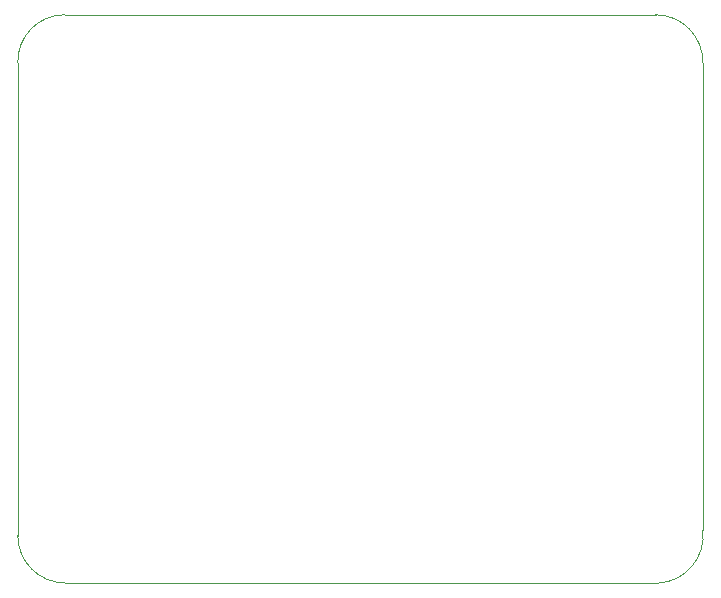
<source format=gbr>
%TF.GenerationSoftware,KiCad,Pcbnew,(6.0.11)*%
%TF.CreationDate,2023-02-16T17:23:01+01:00*%
%TF.ProjectId,microProc,6d696372-6f50-4726-9f63-2e6b69636164,rev?*%
%TF.SameCoordinates,Original*%
%TF.FileFunction,Profile,NP*%
%FSLAX46Y46*%
G04 Gerber Fmt 4.6, Leading zero omitted, Abs format (unit mm)*
G04 Created by KiCad (PCBNEW (6.0.11)) date 2023-02-16 17:23:01*
%MOMM*%
%LPD*%
G01*
G04 APERTURE LIST*
%TA.AperFunction,Profile*%
%ADD10C,0.100000*%
%TD*%
G04 APERTURE END LIST*
D10*
X103000000Y-95000000D02*
X103000000Y-55000000D01*
X107000000Y-50897357D02*
X157000000Y-50897357D01*
X160999999Y-94500000D02*
X161000000Y-55000000D01*
X107000000Y-99000000D02*
X157206457Y-99025838D01*
X157206457Y-99025838D02*
G75*
G03*
X160999999Y-94500000I-206457J4025838D01*
G01*
X102999999Y-95000000D02*
G75*
G03*
X107000000Y-99000000I3994748J-5252D01*
G01*
X160999999Y-55000000D02*
G75*
G03*
X157000000Y-50897357I-3999999J101360D01*
G01*
X107000000Y-50897356D02*
G75*
G03*
X103000000Y-55000000I-32373J-3969721D01*
G01*
M02*

</source>
